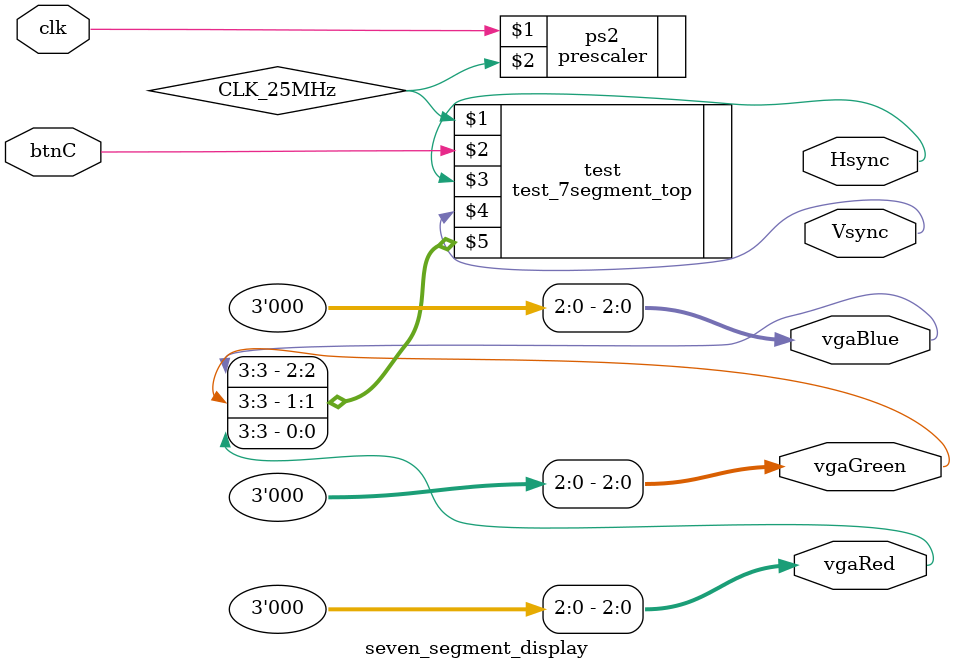
<source format=v>
/**
 * Project: 7 Segment Display
 *
 * This is the top module that serves as an adaptor for VGA projects in the 8 Bit Workshop
 * to be used on a Basys3 board.
 *
 */

`include "../prescaler.v"
`include "7segment.v"

module seven_segment_display(
    input  clk,             // 25MHz clock
    input  btnC,            // reset button (center button on Basys3)
    output [3:0] vgaRed,    // VGA display signals
    output [3:0] vgaBlue,
    output [3:0] vgaGreen,
    output Hsync,
    output Vsync
);

    // zero out the top VGA color bits
    assign vgaRed[2:0] = 0;
    assign vgaBlue[2:0] = 0;
    assign vgaGreen[2:0] = 0;

    // 25MHz clock
    wire CLK_25MHz;
    prescaler #(.N(2)) ps2(clk, CLK_25MHz);
    
    // test pattern object
    test_7segment_top test(CLK_25MHz, btnC, Hsync, Vsync, {vgaBlue[3],vgaGreen[3],vgaRed[3]});    

endmodule

</source>
